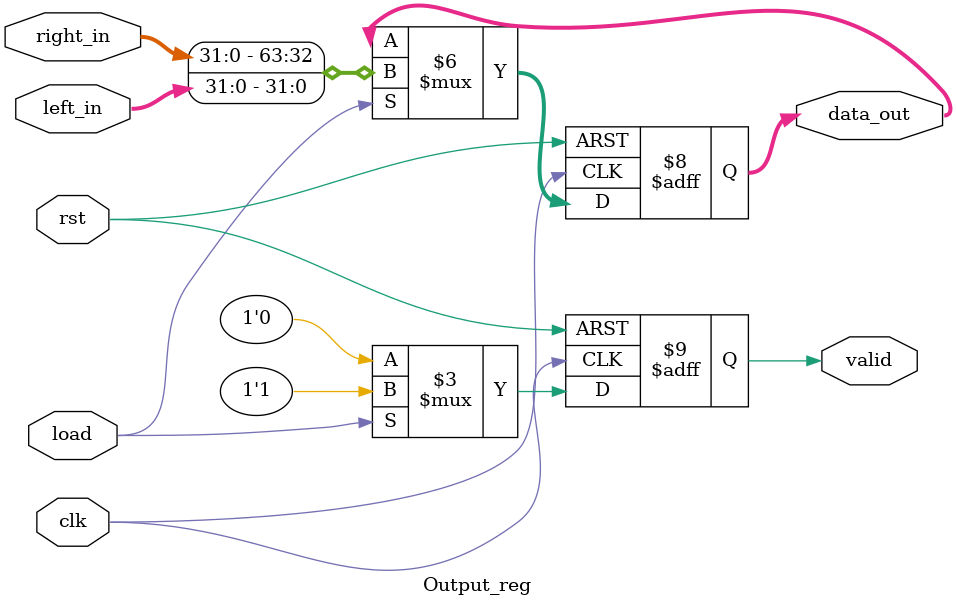
<source format=v>
`timescale 1ns/100ps

module Output_reg(
    input clk, rst, load,
    input [31:0] left_in, right_in,
    output reg [63:0] data_out,
    output reg valid
);

always @(posedge clk or posedge rst) begin
    if (rst) begin
        data_out <= 0;
        valid <= 0;
    end 
    else begin
        if (load) begin
                data_out <= {right_in, left_in};  // DES final swap
            valid <= 1;
        end 
        else begin
            valid <= 0;
        end
    end
end
endmodule
</source>
